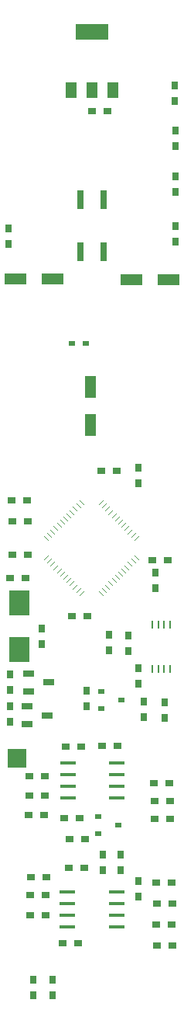
<source format=gtp>
G04 DipTrace 3.3.0.0*
G04 uPeaks.GTP*
%MOIN*%
G04 #@! TF.FileFunction,Paste,Top*
G04 #@! TF.Part,Single*
%AMOUTLINE14*
4,1,4,
-0.010385,-0.011776,
-0.011776,-0.010385,
0.010385,0.011776,
0.011776,0.010385,
-0.010385,-0.011776,
0*%
%AMOUTLINE17*
4,1,4,
0.010385,-0.011776,
-0.011776,0.010385,
-0.010385,0.011776,
0.011776,-0.010385,
0.010385,-0.011776,
0*%
%AMOUTLINE18*
4,1,4,
-0.0125,-0.025,
0.0125,-0.025,
0.0125,0.025,
-0.0125,0.025,
-0.0125,-0.025,
0*%
%ADD61R,0.047087X0.031339*%
%ADD63R,0.086457X0.110079*%
%ADD65R,0.025433X0.019528*%
%ADD71R,0.070709X0.015591*%
%ADD73R,0.00811X0.032126*%
%ADD75R,0.031339X0.019528*%
%ADD77R,0.141969X0.070969*%
%ADD79R,0.050969X0.070969*%
%ADD81R,0.031339X0.078583*%
%ADD83R,0.031339X0.035276*%
%ADD85R,0.047087X0.094331*%
%ADD87R,0.035276X0.031339*%
%ADD89R,0.094331X0.047087*%
%ADD109OUTLINE14*%
%ADD112OUTLINE17*%
%ADD113OUTLINE18*%
%FSLAX26Y26*%
G04*
G70*
G90*
G75*
G01*
G04 TopPaste*
%LPD*%
D89*
X1121858Y3556861D3*
X960441D3*
X460856Y3560888D3*
X622273D3*
D87*
X792009Y4278999D3*
X858938D3*
D85*
X785449Y2933415D3*
Y3094832D3*
D87*
X705483Y2112949D3*
X772412D3*
D83*
X573255Y1992427D3*
Y2059356D3*
D87*
X437454Y2277730D3*
X504383D3*
X830661Y2736932D3*
X897591D3*
X516163Y2375449D3*
X449234D3*
X1051378Y2353079D3*
X1118307D3*
D83*
X767997Y1793125D3*
Y1726196D3*
X947412Y1962950D3*
Y2029879D3*
X866163Y1964770D3*
Y2031700D3*
D87*
X1124135Y1396325D3*
X1057206D3*
X1061308Y1242428D3*
X1128238D3*
X834088Y1555240D3*
X901017D3*
X521581Y1427399D3*
X588511D3*
X670042Y1247714D3*
X736971D3*
X1069408Y790051D3*
X1136337D3*
X1134574Y969353D3*
X1067644D3*
D83*
X992974Y910652D3*
Y977581D3*
X839039Y1090137D3*
Y1023207D3*
D87*
X524192Y916739D3*
X591121D3*
X664806Y709260D3*
X731735D3*
D81*
X740623Y3674723D3*
X840623D3*
Y3899526D3*
X740623D3*
D79*
X702163Y4370200D3*
X792163D3*
X882163D3*
D77*
X791163Y4618200D3*
D75*
X916703Y1753808D3*
X830089Y1716407D3*
Y1791210D3*
D73*
X1051706Y1885891D3*
X1077297D3*
X1102887D3*
X1128478D3*
Y2074867D3*
X1102887D3*
X1077297D3*
X1051706D3*
D71*
X686721Y1484045D3*
Y1434045D3*
Y1384045D3*
Y1334045D3*
X899319D3*
Y1384045D3*
Y1434045D3*
Y1484045D3*
X686352Y931085D3*
Y881085D3*
Y831085D3*
Y781085D3*
X898950D3*
Y831085D3*
Y881085D3*
Y931085D3*
D75*
X903774Y1216354D3*
X817160Y1178953D3*
Y1253756D3*
D65*
X766163Y3282066D3*
X703171D3*
D63*
X477130Y1969551D3*
Y2169179D3*
D61*
X603685Y1828415D3*
X517071Y1791013D3*
Y1865816D3*
X599165Y1687508D3*
X512551Y1650106D3*
Y1724909D3*
D83*
X432039Y3776168D3*
Y3709239D3*
D87*
X445528Y2608726D3*
X512457D3*
D83*
X1147677Y4388741D3*
Y4321812D3*
X1152315Y4195059D3*
Y4128130D3*
Y4000449D3*
Y3933520D3*
Y3787949D3*
Y3721020D3*
X991825Y1889526D3*
Y1822597D3*
X621992Y485871D3*
Y552801D3*
X1013753Y1679450D3*
Y1746379D3*
D87*
X448248Y2519293D3*
X515177D3*
X1060302Y1318832D3*
X1127231D3*
D83*
X438808Y1795845D3*
Y1862774D3*
X1066163Y2231700D3*
Y2298629D3*
D87*
X679312Y1552488D3*
X746241D3*
X588450Y1342560D3*
X521521D3*
X693465Y1157154D3*
X760394D3*
X585479Y1259799D3*
X518550D3*
D83*
X1104469Y1677438D3*
Y1744367D3*
X536658Y485307D3*
Y552236D3*
D87*
X1136778Y878853D3*
X1069849D3*
D83*
X916285Y1024134D3*
Y1091063D3*
D87*
X1072290Y699635D3*
X1139219D3*
D83*
X436848Y1658912D3*
Y1725841D3*
X991163Y2681700D3*
Y2748629D3*
D87*
X591121Y829167D3*
X524192D3*
X692728Y1034346D3*
X759658D3*
X528663Y994200D3*
X595592D3*
D109*
X594274Y2362870D3*
X608193Y2348951D3*
X622113Y2335032D3*
X636032Y2321112D3*
X649951Y2307193D3*
X663871Y2293273D3*
X677790Y2279354D3*
X691710Y2265434D3*
X705629Y2251514D3*
X719549Y2237596D3*
X733469Y2223676D3*
X747387Y2209757D3*
D112*
X830904D3*
X844823Y2223676D3*
X858743Y2237596D3*
X872663Y2251514D3*
X886581Y2265434D3*
X900501Y2279354D3*
X914420Y2293273D3*
X928340Y2307193D3*
X942260Y2321112D3*
X956179Y2335032D3*
X970098Y2348951D3*
X984017Y2362870D3*
D109*
Y2446387D3*
X970098Y2460306D3*
X956179Y2474226D3*
X942260Y2488146D3*
X928340Y2502064D3*
X914420Y2515984D3*
X900501Y2529903D3*
X886581Y2543823D3*
X872663Y2557743D3*
X858743Y2571661D3*
X844823Y2585581D3*
X830904Y2599500D3*
D112*
X747387D3*
X733469Y2585581D3*
X719549Y2571661D3*
X705629Y2557743D3*
X691710Y2543823D3*
X677790Y2529903D3*
X663871Y2515984D3*
X649951Y2502064D3*
X636032Y2488146D3*
X622113Y2474226D3*
X608193Y2460306D3*
X594274Y2446387D3*
G36*
X427469Y1461476D2*
X507405D1*
Y1541540D1*
X427469D1*
Y1461476D1*
G37*
D113*
X485186Y1501476D3*
X451722D3*
M02*

</source>
